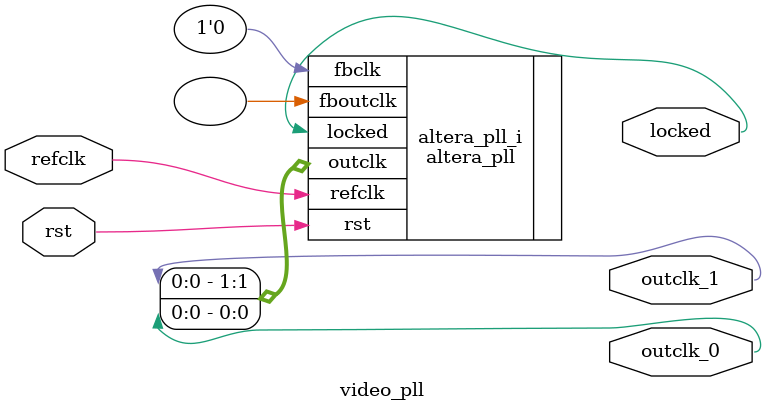
<source format=v>
`timescale 1ns/10ps
module  video_pll(

	// interface 'refclk'
	input wire refclk,

	// interface 'reset'
	input wire rst,

	// interface 'outclk0'
	output wire outclk_0,

	// interface 'outclk1'
	output wire outclk_1,

	// interface 'locked'
	output wire locked
);

	altera_pll #(
		.fractional_vco_multiplier("false"),
		.reference_clock_frequency("50.0 MHz"),
		.operation_mode("direct"),
		.number_of_clocks(2),
		.output_clock_frequency0("20.000000 MHz"),
		.phase_shift0("0 ps"),
		.duty_cycle0(50),
		.output_clock_frequency1("25.000000 MHz"),
		.phase_shift1("0 ps"),
		.duty_cycle1(50),
		.output_clock_frequency2("0 MHz"),
		.phase_shift2("0 ps"),
		.duty_cycle2(50),
		.output_clock_frequency3("0 MHz"),
		.phase_shift3("0 ps"),
		.duty_cycle3(50),
		.output_clock_frequency4("0 MHz"),
		.phase_shift4("0 ps"),
		.duty_cycle4(50),
		.output_clock_frequency5("0 MHz"),
		.phase_shift5("0 ps"),
		.duty_cycle5(50),
		.output_clock_frequency6("0 MHz"),
		.phase_shift6("0 ps"),
		.duty_cycle6(50),
		.output_clock_frequency7("0 MHz"),
		.phase_shift7("0 ps"),
		.duty_cycle7(50),
		.output_clock_frequency8("0 MHz"),
		.phase_shift8("0 ps"),
		.duty_cycle8(50),
		.output_clock_frequency9("0 MHz"),
		.phase_shift9("0 ps"),
		.duty_cycle9(50),
		.output_clock_frequency10("0 MHz"),
		.phase_shift10("0 ps"),
		.duty_cycle10(50),
		.output_clock_frequency11("0 MHz"),
		.phase_shift11("0 ps"),
		.duty_cycle11(50),
		.output_clock_frequency12("0 MHz"),
		.phase_shift12("0 ps"),
		.duty_cycle12(50),
		.output_clock_frequency13("0 MHz"),
		.phase_shift13("0 ps"),
		.duty_cycle13(50),
		.output_clock_frequency14("0 MHz"),
		.phase_shift14("0 ps"),
		.duty_cycle14(50),
		.output_clock_frequency15("0 MHz"),
		.phase_shift15("0 ps"),
		.duty_cycle15(50),
		.output_clock_frequency16("0 MHz"),
		.phase_shift16("0 ps"),
		.duty_cycle16(50),
		.output_clock_frequency17("0 MHz"),
		.phase_shift17("0 ps"),
		.duty_cycle17(50),
		.pll_type("General"),
		.pll_subtype("General")
	) altera_pll_i (
		.rst	(rst),
		.outclk	({outclk_1, outclk_0}),
		.locked	(locked),
		.fboutclk	( ),
		.fbclk	(1'b0),
		.refclk	(refclk)
	);
endmodule


</source>
